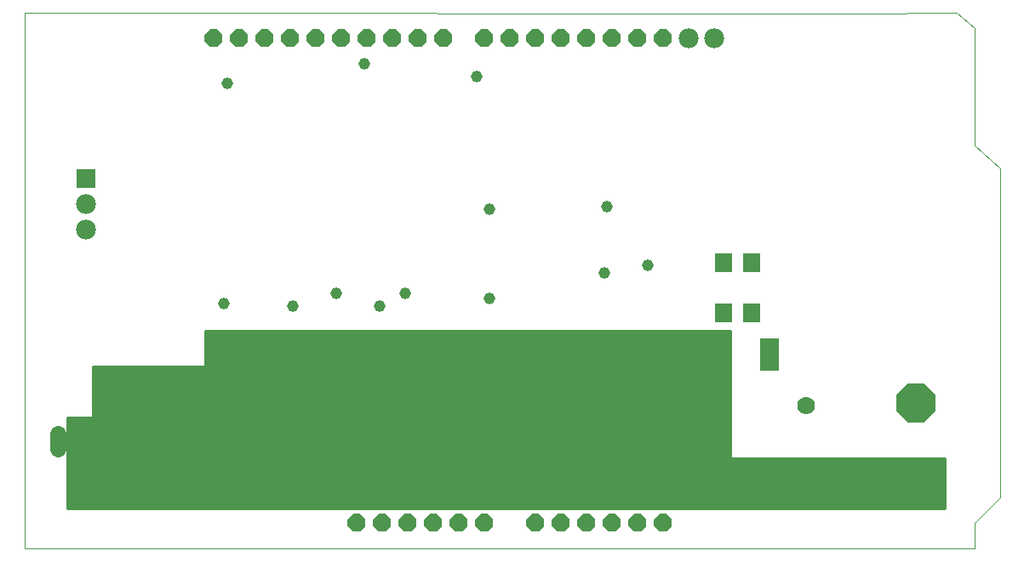
<source format=gbs>
G75*
%MOIN*%
%OFA0B0*%
%FSLAX25Y25*%
%IPPOS*%
%LPD*%
%AMOC8*
5,1,8,0,0,1.08239X$1,22.5*
%
%ADD10C,0.00000*%
%ADD11C,0.01600*%
%ADD12R,0.06699X0.07498*%
%ADD13R,0.06699X0.07487*%
%ADD14R,0.07487X0.12998*%
%ADD15OC8,0.07000*%
%ADD16C,0.07000*%
%ADD17R,0.06900X0.06900*%
%ADD18R,0.07800X0.07800*%
%ADD19C,0.07800*%
%ADD20OC8,0.15400*%
%ADD21C,0.06400*%
%ADD22C,0.04534*%
D10*
X0005000Y0005000D02*
X0005000Y0215000D01*
X0330921Y0214701D01*
X0370000Y0215000D01*
X0377000Y0209000D01*
X0377000Y0163000D01*
X0387000Y0154000D01*
X0387000Y0025000D01*
X0377000Y0015000D01*
X0377000Y0005000D01*
X0005000Y0005000D01*
D11*
X0022000Y0021000D02*
X0022000Y0056000D01*
X0023000Y0056000D01*
X0032000Y0056000D01*
X0032000Y0076000D01*
X0076000Y0076000D01*
X0076000Y0090000D01*
X0281000Y0090000D01*
X0281000Y0040000D01*
X0365000Y0040000D01*
X0365000Y0021000D01*
X0022000Y0021000D01*
X0022000Y0021487D02*
X0365000Y0021487D01*
X0365000Y0023085D02*
X0022000Y0023085D01*
X0022000Y0024684D02*
X0365000Y0024684D01*
X0365000Y0026282D02*
X0022000Y0026282D01*
X0022000Y0027881D02*
X0365000Y0027881D01*
X0365000Y0029479D02*
X0022000Y0029479D01*
X0022000Y0031078D02*
X0365000Y0031078D01*
X0365000Y0032676D02*
X0022000Y0032676D01*
X0022000Y0034275D02*
X0365000Y0034275D01*
X0365000Y0035873D02*
X0022000Y0035873D01*
X0022000Y0037472D02*
X0365000Y0037472D01*
X0365000Y0039070D02*
X0022000Y0039070D01*
X0022000Y0040669D02*
X0281000Y0040669D01*
X0281000Y0042268D02*
X0022000Y0042268D01*
X0022000Y0043866D02*
X0281000Y0043866D01*
X0281000Y0045465D02*
X0022000Y0045465D01*
X0022000Y0047063D02*
X0281000Y0047063D01*
X0281000Y0048662D02*
X0022000Y0048662D01*
X0022000Y0050260D02*
X0281000Y0050260D01*
X0281000Y0051859D02*
X0022000Y0051859D01*
X0022000Y0053457D02*
X0281000Y0053457D01*
X0281000Y0055056D02*
X0022000Y0055056D01*
X0032000Y0056654D02*
X0281000Y0056654D01*
X0281000Y0058253D02*
X0032000Y0058253D01*
X0032000Y0059851D02*
X0281000Y0059851D01*
X0281000Y0061450D02*
X0032000Y0061450D01*
X0032000Y0063048D02*
X0281000Y0063048D01*
X0281000Y0064647D02*
X0032000Y0064647D01*
X0032000Y0066245D02*
X0281000Y0066245D01*
X0281000Y0067844D02*
X0032000Y0067844D01*
X0032000Y0069442D02*
X0281000Y0069442D01*
X0281000Y0071041D02*
X0032000Y0071041D01*
X0032000Y0072639D02*
X0281000Y0072639D01*
X0281000Y0074238D02*
X0032000Y0074238D01*
X0032000Y0075836D02*
X0281000Y0075836D01*
X0281000Y0077435D02*
X0076000Y0077435D01*
X0076000Y0079033D02*
X0281000Y0079033D01*
X0281000Y0080632D02*
X0076000Y0080632D01*
X0076000Y0082230D02*
X0281000Y0082230D01*
X0281000Y0083829D02*
X0076000Y0083829D01*
X0076000Y0085427D02*
X0281000Y0085427D01*
X0281000Y0087026D02*
X0076000Y0087026D01*
X0076000Y0088624D02*
X0281000Y0088624D01*
D12*
X0278732Y0097520D03*
X0289929Y0097520D03*
D13*
X0289701Y0117071D03*
X0278677Y0117071D03*
D14*
X0274843Y0081189D03*
X0296890Y0081189D03*
D15*
X0255000Y0015000D03*
X0245000Y0015000D03*
X0235000Y0015000D03*
X0225000Y0015000D03*
X0215000Y0015000D03*
X0205000Y0015000D03*
X0185000Y0015000D03*
X0175000Y0015000D03*
X0165000Y0015000D03*
X0155000Y0015000D03*
X0145000Y0015000D03*
X0135000Y0015000D03*
X0139000Y0205000D03*
X0129000Y0205000D03*
X0119000Y0205000D03*
X0109000Y0205000D03*
X0099000Y0205000D03*
X0089000Y0205000D03*
X0079000Y0205000D03*
X0149000Y0205000D03*
X0159000Y0205000D03*
X0169000Y0205000D03*
X0185000Y0205000D03*
X0195000Y0205000D03*
X0205000Y0205000D03*
X0215000Y0205000D03*
X0225000Y0205000D03*
X0235000Y0205000D03*
X0245000Y0205000D03*
X0255000Y0205000D03*
D16*
X0311000Y0061000D03*
D17*
X0311000Y0031000D03*
D18*
X0029000Y0150000D03*
D19*
X0029000Y0140000D03*
X0029000Y0130000D03*
X0265000Y0205000D03*
X0275000Y0205000D03*
D20*
X0233000Y0065000D03*
X0142000Y0065000D03*
X0050000Y0065000D03*
X0354000Y0062000D03*
X0355000Y0031000D03*
D21*
X0265000Y0044000D02*
X0265000Y0050000D01*
X0255000Y0050000D02*
X0255000Y0044000D01*
X0245000Y0044000D02*
X0245000Y0050000D01*
X0221000Y0050000D02*
X0221000Y0044000D01*
X0211000Y0044000D02*
X0211000Y0050000D01*
X0201000Y0050000D02*
X0201000Y0044000D01*
X0174000Y0044000D02*
X0174000Y0050000D01*
X0164000Y0050000D02*
X0164000Y0044000D01*
X0154000Y0044000D02*
X0154000Y0050000D01*
X0130000Y0050000D02*
X0130000Y0044000D01*
X0120000Y0044000D02*
X0120000Y0050000D01*
X0110000Y0050000D02*
X0110000Y0044000D01*
X0082000Y0044000D02*
X0082000Y0050000D01*
X0072000Y0050000D02*
X0072000Y0044000D01*
X0062000Y0044000D02*
X0062000Y0050000D01*
X0038000Y0050000D02*
X0038000Y0044000D01*
X0028000Y0044000D02*
X0028000Y0050000D01*
X0018000Y0050000D02*
X0018000Y0044000D01*
D22*
X0083000Y0101000D03*
X0110000Y0100000D03*
X0127000Y0105000D03*
X0144000Y0100000D03*
X0154000Y0105000D03*
X0187000Y0103000D03*
X0232000Y0113000D03*
X0249000Y0116000D03*
X0233000Y0139000D03*
X0187000Y0138000D03*
X0182000Y0190000D03*
X0138000Y0195000D03*
X0084500Y0187500D03*
M02*

</source>
